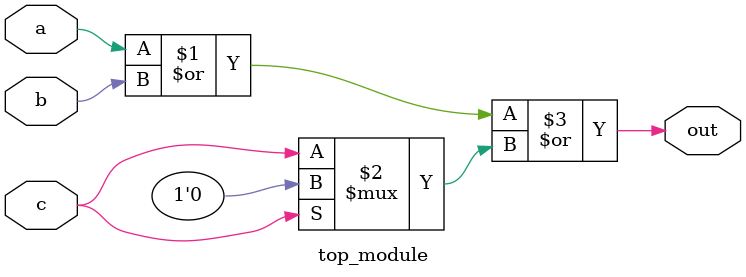
<source format=v>

module top_module (input a, input b, input c, output out); assign out = (a | b | (c ? 1'b0 : c)); endmodule

</source>
